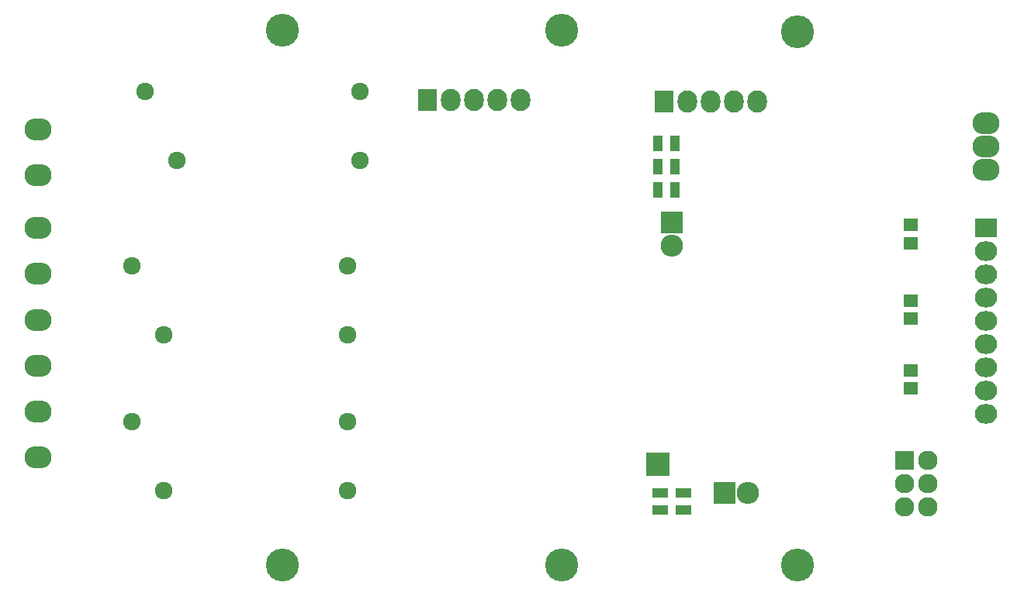
<source format=gbr>
G04 #@! TF.FileFunction,Soldermask,Bot*
%FSLAX46Y46*%
G04 Gerber Fmt 4.6, Leading zero omitted, Abs format (unit mm)*
G04 Created by KiCad (PCBNEW 4.0.2-4+6225~38~ubuntu14.04.1-stable) date Mon 26 Dec 2016 11:00:54 AM CET*
%MOMM*%
G01*
G04 APERTURE LIST*
%ADD10C,0.100000*%
%ADD11C,1.924000*%
%ADD12R,1.100000X1.700000*%
%ADD13R,1.650000X1.400000*%
%ADD14R,2.432000X2.432000*%
%ADD15O,2.432000X2.432000*%
%ADD16R,2.127200X2.127200*%
%ADD17O,2.127200X2.127200*%
%ADD18R,2.127200X2.432000*%
%ADD19O,2.127200X2.432000*%
%ADD20R,1.700000X1.100000*%
%ADD21R,2.635200X2.635200*%
%ADD22C,3.600000*%
%ADD23R,2.432000X2.127200*%
%ADD24O,2.432000X2.127200*%
%ADD25O,2.940000X2.432000*%
G04 APERTURE END LIST*
D10*
D11*
X160263000Y-80274000D03*
X160263000Y-87874000D03*
X140263000Y-87874000D03*
X136763000Y-80274000D03*
X158866000Y-116342000D03*
X158866000Y-123942000D03*
X138866000Y-123942000D03*
X135366000Y-116342000D03*
D12*
X192725000Y-85979000D03*
X194625000Y-85979000D03*
D13*
X220345000Y-96885000D03*
X220345000Y-94885000D03*
X220345000Y-105140000D03*
X220345000Y-103140000D03*
X220345000Y-112760000D03*
X220345000Y-110760000D03*
D14*
X200025000Y-124206000D03*
D15*
X202565000Y-124206000D03*
D14*
X194310000Y-94615000D03*
D15*
X194310000Y-97155000D03*
D16*
X219710000Y-120650000D03*
D17*
X222250000Y-120650000D03*
X219710000Y-123190000D03*
X222250000Y-123190000D03*
X219710000Y-125730000D03*
X222250000Y-125730000D03*
D18*
X193421000Y-81407000D03*
D19*
X195961000Y-81407000D03*
X198501000Y-81407000D03*
X201041000Y-81407000D03*
X203581000Y-81407000D03*
D18*
X167640000Y-81280000D03*
D19*
X170180000Y-81280000D03*
X172720000Y-81280000D03*
X175260000Y-81280000D03*
X177800000Y-81280000D03*
D20*
X195580000Y-124145000D03*
X195580000Y-126045000D03*
X193040000Y-124145000D03*
X193040000Y-126045000D03*
D11*
X158866000Y-99324000D03*
X158866000Y-106924000D03*
X138866000Y-106924000D03*
X135366000Y-99324000D03*
D12*
X192725000Y-88519000D03*
X194625000Y-88519000D03*
X192725000Y-91059000D03*
X194625000Y-91059000D03*
D21*
X192786000Y-121031000D03*
D22*
X182245000Y-132080000D03*
X182245000Y-73660000D03*
X151765000Y-73660000D03*
D23*
X228600000Y-95250000D03*
D24*
X228600000Y-97790000D03*
X228600000Y-100330000D03*
X228600000Y-102870000D03*
X228600000Y-105410000D03*
X228600000Y-107950000D03*
X228600000Y-110490000D03*
X228600000Y-113030000D03*
X228600000Y-115570000D03*
D25*
X228600000Y-88900000D03*
X228600000Y-86360000D03*
X228600000Y-83820000D03*
D22*
X151765000Y-132080000D03*
X208026000Y-73787000D03*
X208026000Y-132080000D03*
D25*
X125095000Y-84455000D03*
X125095000Y-89455000D03*
X125095000Y-95250000D03*
X125095000Y-100250000D03*
X125095000Y-105250000D03*
X125095000Y-110250000D03*
X125095000Y-115250000D03*
X125095000Y-120250000D03*
M02*

</source>
